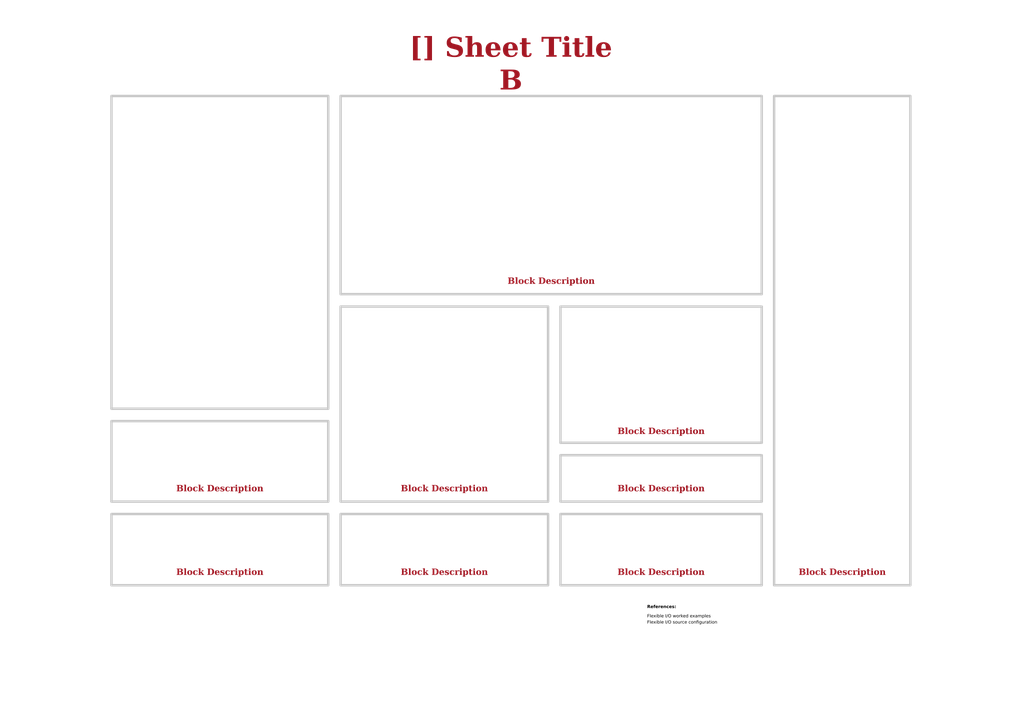
<source format=kicad_sch>
(kicad_sch
	(version 20250114)
	(generator "eeschema")
	(generator_version "9.0")
	(uuid "ea8c4f5e-7a49-4faf-a994-dbc85ed86b0a")
	(paper "A3")
	(title_block
		(title "Sheet Title B")
		(date "2025-11-08")
		(rev "${REVISION}")
		(company "${COMPANY}")
	)
	(lib_symbols)
	(rectangle
		(start 139.7 125.73)
		(end 224.79 205.74)
		(stroke
			(width 1)
			(type default)
			(color 200 200 200 1)
		)
		(fill
			(type none)
		)
		(uuid 1d862d27-55c8-43d9-a1e0-027d1852f163)
	)
	(rectangle
		(start 317.5 39.37)
		(end 373.38 240.03)
		(stroke
			(width 1)
			(type default)
			(color 200 200 200 1)
		)
		(fill
			(type none)
		)
		(uuid 1d9edcfe-b949-46c5-adca-40f822b4bd2a)
	)
	(rectangle
		(start 45.72 172.72)
		(end 134.62 205.74)
		(stroke
			(width 1)
			(type default)
			(color 200 200 200 1)
		)
		(fill
			(type none)
		)
		(uuid 5d23fe69-1b57-41a7-86cd-8987bca3e109)
	)
	(rectangle
		(start 45.72 210.82)
		(end 134.62 240.03)
		(stroke
			(width 1)
			(type default)
			(color 200 200 200 1)
		)
		(fill
			(type none)
		)
		(uuid 8b07e48f-2db7-43ad-80d6-e91fd34b7137)
	)
	(rectangle
		(start 229.87 186.69)
		(end 312.42 205.74)
		(stroke
			(width 1)
			(type default)
			(color 200 200 200 1)
		)
		(fill
			(type none)
		)
		(uuid 8fb364d8-7e61-4713-a5cf-4e5bf9a0422c)
	)
	(rectangle
		(start 229.87 125.73)
		(end 312.42 181.61)
		(stroke
			(width 1)
			(type default)
			(color 200 200 200 1)
		)
		(fill
			(type none)
		)
		(uuid 91e86061-3695-4d86-a73e-d25af3bfe9b8)
	)
	(rectangle
		(start 139.7 210.82)
		(end 224.79 240.03)
		(stroke
			(width 1)
			(type default)
			(color 200 200 200 1)
		)
		(fill
			(type none)
		)
		(uuid d99cdb64-d2e4-4f1f-8584-4020073b6248)
	)
	(rectangle
		(start 45.72 39.37)
		(end 134.62 167.64)
		(stroke
			(width 1)
			(type default)
			(color 200 200 200 1)
		)
		(fill
			(type none)
		)
		(uuid ed047b56-79da-45e9-8381-b3465e9473b3)
	)
	(rectangle
		(start 139.7 39.37)
		(end 312.42 120.65)
		(stroke
			(width 1)
			(type default)
			(color 200 200 200 1)
		)
		(fill
			(type none)
		)
		(uuid ed78b7e7-9d87-4eba-bb13-ab88d26954ef)
	)
	(rectangle
		(start 229.87 210.82)
		(end 312.42 240.03)
		(stroke
			(width 1)
			(type default)
			(color 200 200 200 1)
		)
		(fill
			(type none)
		)
		(uuid f026768c-915f-4378-b3f2-b0a2f2a348b8)
	)
	(text "Flexible I/O worked examples"
		(exclude_from_sim no)
		(at 265.43 254 0)
		(effects
			(font
				(face "Arial")
				(size 1.27 1.27)
				(color 0 0 0 1)
			)
			(justify left bottom)
			(href "https://jpieper.com/2022/06/30/flexible-i-o-worked-examples/")
		)
		(uuid "16842e9f-eef2-418b-80ee-4eca09c5cd4a")
	)
	(text "References:"
		(exclude_from_sim no)
		(at 265.43 250.19 0)
		(effects
			(font
				(face "Arial")
				(size 1.27 1.27)
				(thickness 0.254)
				(bold yes)
				(color 0 0 0 1)
			)
			(justify left bottom)
		)
		(uuid "ca73a951-c39c-4a3c-9e12-06e6bc2f3311")
	)
	(text "Flexible I/O source configuration"
		(exclude_from_sim no)
		(at 265.43 256.54 0)
		(effects
			(font
				(face "Arial")
				(size 1.27 1.27)
				(color 0 0 0 1)
			)
			(justify left bottom)
			(href "https://jpieper.com/2022/06/28/flexible-i-o-source-configuration/")
		)
		(uuid "ff128f57-01dd-404e-9bb2-8208299d438c")
	)
	(text_box "Block Description"
		(exclude_from_sim no)
		(at 46.99 194.31 0)
		(size 86.36 9.525)
		(margins 1.9049 1.9049 1.9049 1.9049)
		(stroke
			(width -0.0001)
			(type default)
		)
		(fill
			(type none)
		)
		(effects
			(font
				(face "Times New Roman")
				(size 2.54 2.54)
				(thickness 0.508)
				(bold yes)
				(color 162 22 34 1)
			)
			(justify bottom)
		)
		(uuid "22f68459-86b0-4160-81dc-9d64d58e4265")
	)
	(text_box "Block Description"
		(exclude_from_sim no)
		(at 140.97 228.6 0)
		(size 82.55 9.525)
		(margins 1.9049 1.9049 1.9049 1.9049)
		(stroke
			(width -0.0001)
			(type default)
		)
		(fill
			(type none)
		)
		(effects
			(font
				(face "Times New Roman")
				(size 2.54 2.54)
				(thickness 0.508)
				(bold yes)
				(color 162 22 34 1)
			)
			(justify bottom)
		)
		(uuid "5050590c-bc0b-438f-ac65-a11e5219903d")
	)
	(text_box "[${#}] ${TITLE}"
		(exclude_from_sim no)
		(at 161.29 20.32 0)
		(size 96.52 12.7)
		(margins 5.9999 5.9999 5.9999 5.9999)
		(stroke
			(width -0.0001)
			(type default)
		)
		(fill
			(type none)
		)
		(effects
			(font
				(face "Times New Roman")
				(size 8 8)
				(thickness 1.2)
				(bold yes)
				(color 162 22 34 1)
			)
		)
		(uuid "524c500e-48b2-4d74-9c30-5c34bf6c2558")
	)
	(text_box "Block Description"
		(exclude_from_sim no)
		(at 46.99 228.6 0)
		(size 86.36 9.525)
		(margins 1.9049 1.9049 1.9049 1.9049)
		(stroke
			(width -0.0001)
			(type default)
		)
		(fill
			(type none)
		)
		(effects
			(font
				(face "Times New Roman")
				(size 2.54 2.54)
				(thickness 0.508)
				(bold yes)
				(color 162 22 34 1)
			)
			(justify bottom)
		)
		(uuid "67a85d80-fe45-4492-a23f-f4ed25b939a9")
	)
	(text_box "Block Description"
		(exclude_from_sim no)
		(at 231.14 228.6 0)
		(size 80.01 9.525)
		(margins 1.9049 1.9049 1.9049 1.9049)
		(stroke
			(width -0.0001)
			(type default)
		)
		(fill
			(type none)
		)
		(effects
			(font
				(face "Times New Roman")
				(size 2.54 2.54)
				(thickness 0.508)
				(bold yes)
				(color 162 22 34 1)
			)
			(justify bottom)
		)
		(uuid "7283beb6-c696-4e44-ac80-edfae78c644b")
	)
	(text_box "Block Description"
		(exclude_from_sim no)
		(at 142.24 109.22 0)
		(size 167.64 9.525)
		(margins 1.9049 1.9049 1.9049 1.9049)
		(stroke
			(width -0.0001)
			(type default)
		)
		(fill
			(type none)
		)
		(effects
			(font
				(face "Times New Roman")
				(size 2.54 2.54)
				(thickness 0.508)
				(bold yes)
				(color 162 22 34 1)
			)
			(justify bottom)
		)
		(uuid "96ca24d3-fb87-492b-b46b-2ff8e6f8597a")
	)
	(text_box "Block Description"
		(exclude_from_sim no)
		(at 231.775 170.815 0)
		(size 78.74 9.525)
		(margins 1.9049 1.9049 1.9049 1.9049)
		(stroke
			(width -0.0001)
			(type default)
		)
		(fill
			(type none)
		)
		(effects
			(font
				(face "Times New Roman")
				(size 2.54 2.54)
				(thickness 0.508)
				(bold yes)
				(color 162 22 34 1)
			)
			(justify bottom)
		)
		(uuid "9cf3d12e-f9c3-4c34-8081-b16b6bc5d5dd")
	)
	(text_box "Block Description"
		(exclude_from_sim no)
		(at 231.14 194.31 0)
		(size 80.01 9.525)
		(margins 1.9049 1.9049 1.9049 1.9049)
		(stroke
			(width -0.0001)
			(type default)
		)
		(fill
			(type none)
		)
		(effects
			(font
				(face "Times New Roman")
				(size 2.54 2.54)
				(thickness 0.508)
				(bold yes)
				(color 162 22 34 1)
			)
			(justify bottom)
		)
		(uuid "a0355043-f06f-4f70-9556-f7b249e99a87")
	)
	(text_box "Block Description"
		(exclude_from_sim no)
		(at 318.77 228.6 0)
		(size 53.34 9.525)
		(margins 1.9049 1.9049 1.9049 1.9049)
		(stroke
			(width -0.0001)
			(type default)
		)
		(fill
			(type none)
		)
		(effects
			(font
				(face "Times New Roman")
				(size 2.54 2.54)
				(thickness 0.508)
				(bold yes)
				(color 162 22 34 1)
			)
			(justify bottom)
		)
		(uuid "ac59a6b3-731c-4363-a803-7459ac300c4a")
	)
	(text_box "Block Description"
		(exclude_from_sim no)
		(at 140.97 194.31 0)
		(size 82.55 9.525)
		(margins 1.9049 1.9049 1.9049 1.9049)
		(stroke
			(width -0.0001)
			(type default)
		)
		(fill
			(type none)
		)
		(effects
			(font
				(face "Times New Roman")
				(size 2.54 2.54)
				(thickness 0.508)
				(bold yes)
				(color 162 22 34 1)
			)
			(justify bottom)
		)
		(uuid "d975f102-c262-465d-91fc-7f6c552cfb8d")
	)
)

</source>
